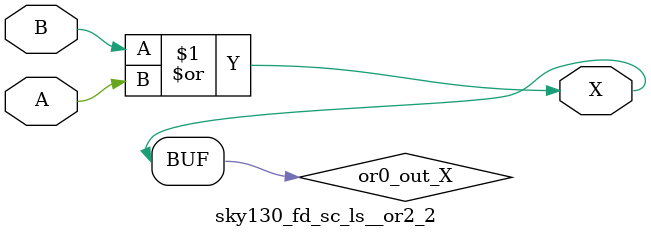
<source format=v>
/*
 * Copyright 2020 The SkyWater PDK Authors
 *
 * Licensed under the Apache License, Version 2.0 (the "License");
 * you may not use this file except in compliance with the License.
 * You may obtain a copy of the License at
 *
 *     https://www.apache.org/licenses/LICENSE-2.0
 *
 * Unless required by applicable law or agreed to in writing, software
 * distributed under the License is distributed on an "AS IS" BASIS,
 * WITHOUT WARRANTIES OR CONDITIONS OF ANY KIND, either express or implied.
 * See the License for the specific language governing permissions and
 * limitations under the License.
 *
 * SPDX-License-Identifier: Apache-2.0
*/


`ifndef SKY130_FD_SC_LS__OR2_2_FUNCTIONAL_V
`define SKY130_FD_SC_LS__OR2_2_FUNCTIONAL_V

/**
 * or2: 2-input OR.
 *
 * Verilog simulation functional model.
 */

`timescale 1ns / 1ps
`default_nettype none

`celldefine
module sky130_fd_sc_ls__or2_2 (
    X,
    A,
    B
);

    // Module ports
    output X;
    input  A;
    input  B;

    // Local signals
    wire or0_out_X;

    //  Name  Output     Other arguments
    or  or0  (or0_out_X, B, A           );
    buf buf0 (X        , or0_out_X      );

endmodule
`endcelldefine

`default_nettype wire
`endif  // SKY130_FD_SC_LS__OR2_2_FUNCTIONAL_V

</source>
